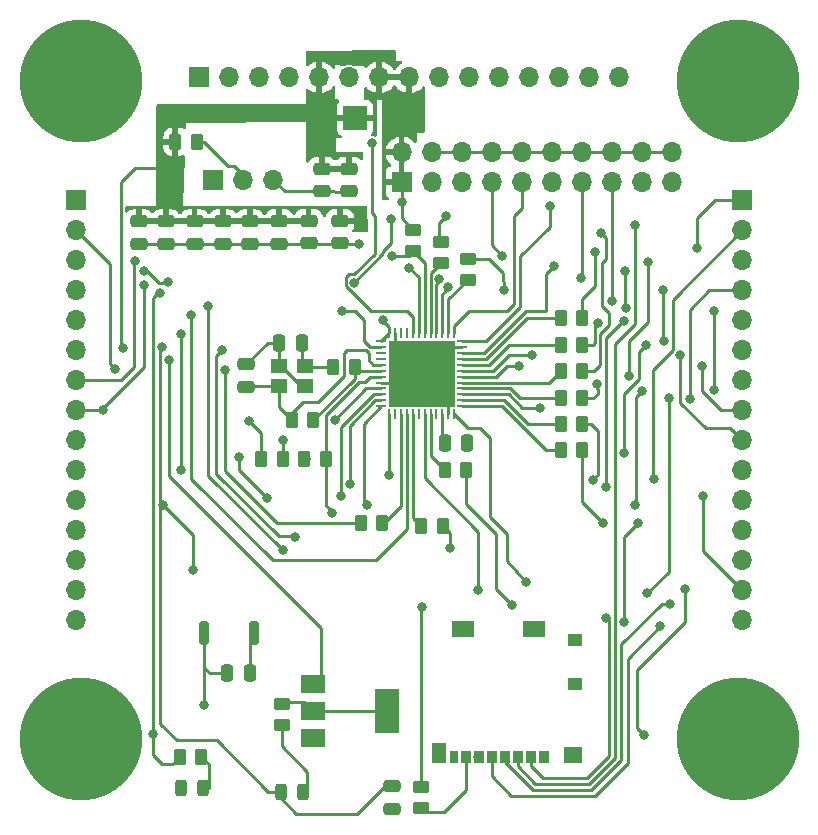
<source format=gbr>
%TF.GenerationSoftware,KiCad,Pcbnew,7.0.7*%
%TF.CreationDate,2024-02-10T00:47:22+05:30*%
%TF.ProjectId,MC_stack,4d435f73-7461-4636-9b2e-6b696361645f,rev?*%
%TF.SameCoordinates,Original*%
%TF.FileFunction,Copper,L1,Top*%
%TF.FilePolarity,Positive*%
%FSLAX46Y46*%
G04 Gerber Fmt 4.6, Leading zero omitted, Abs format (unit mm)*
G04 Created by KiCad (PCBNEW 7.0.7) date 2024-02-10 00:47:22*
%MOMM*%
%LPD*%
G01*
G04 APERTURE LIST*
G04 Aperture macros list*
%AMRoundRect*
0 Rectangle with rounded corners*
0 $1 Rounding radius*
0 $2 $3 $4 $5 $6 $7 $8 $9 X,Y pos of 4 corners*
0 Add a 4 corners polygon primitive as box body*
4,1,4,$2,$3,$4,$5,$6,$7,$8,$9,$2,$3,0*
0 Add four circle primitives for the rounded corners*
1,1,$1+$1,$2,$3*
1,1,$1+$1,$4,$5*
1,1,$1+$1,$6,$7*
1,1,$1+$1,$8,$9*
0 Add four rect primitives between the rounded corners*
20,1,$1+$1,$2,$3,$4,$5,0*
20,1,$1+$1,$4,$5,$6,$7,0*
20,1,$1+$1,$6,$7,$8,$9,0*
20,1,$1+$1,$8,$9,$2,$3,0*%
G04 Aperture macros list end*
%TA.AperFunction,SMDPad,CuDef*%
%ADD10RoundRect,0.250000X-0.262500X-0.450000X0.262500X-0.450000X0.262500X0.450000X-0.262500X0.450000X0*%
%TD*%
%TA.AperFunction,SMDPad,CuDef*%
%ADD11RoundRect,0.250000X-0.475000X0.250000X-0.475000X-0.250000X0.475000X-0.250000X0.475000X0.250000X0*%
%TD*%
%TA.AperFunction,SMDPad,CuDef*%
%ADD12R,1.400000X1.200000*%
%TD*%
%TA.AperFunction,SMDPad,CuDef*%
%ADD13RoundRect,0.250000X0.262500X0.450000X-0.262500X0.450000X-0.262500X-0.450000X0.262500X-0.450000X0*%
%TD*%
%TA.AperFunction,ComponentPad*%
%ADD14R,1.700000X1.700000*%
%TD*%
%TA.AperFunction,ComponentPad*%
%ADD15O,1.700000X1.700000*%
%TD*%
%TA.AperFunction,SMDPad,CuDef*%
%ADD16R,2.000000X1.500000*%
%TD*%
%TA.AperFunction,SMDPad,CuDef*%
%ADD17R,2.000000X3.800000*%
%TD*%
%TA.AperFunction,SMDPad,CuDef*%
%ADD18RoundRect,0.250000X-0.250000X-0.475000X0.250000X-0.475000X0.250000X0.475000X-0.250000X0.475000X0*%
%TD*%
%TA.AperFunction,SMDPad,CuDef*%
%ADD19RoundRect,0.250000X0.450000X-0.262500X0.450000X0.262500X-0.450000X0.262500X-0.450000X-0.262500X0*%
%TD*%
%TA.AperFunction,SMDPad,CuDef*%
%ADD20R,2.000000X2.000000*%
%TD*%
%TA.AperFunction,SMDPad,CuDef*%
%ADD21RoundRect,0.243750X0.243750X0.456250X-0.243750X0.456250X-0.243750X-0.456250X0.243750X-0.456250X0*%
%TD*%
%TA.AperFunction,SMDPad,CuDef*%
%ADD22RoundRect,0.250000X0.475000X-0.250000X0.475000X0.250000X-0.475000X0.250000X-0.475000X-0.250000X0*%
%TD*%
%TA.AperFunction,SMDPad,CuDef*%
%ADD23RoundRect,0.250000X0.250000X0.475000X-0.250000X0.475000X-0.250000X-0.475000X0.250000X-0.475000X0*%
%TD*%
%TA.AperFunction,SMDPad,CuDef*%
%ADD24R,0.850000X1.100000*%
%TD*%
%TA.AperFunction,SMDPad,CuDef*%
%ADD25R,0.750000X1.100000*%
%TD*%
%TA.AperFunction,SMDPad,CuDef*%
%ADD26R,1.200000X1.000000*%
%TD*%
%TA.AperFunction,SMDPad,CuDef*%
%ADD27R,1.550000X1.350000*%
%TD*%
%TA.AperFunction,SMDPad,CuDef*%
%ADD28R,1.900000X1.350000*%
%TD*%
%TA.AperFunction,SMDPad,CuDef*%
%ADD29R,1.170000X1.800000*%
%TD*%
%TA.AperFunction,SMDPad,CuDef*%
%ADD30RoundRect,0.062500X-0.375000X-0.062500X0.375000X-0.062500X0.375000X0.062500X-0.375000X0.062500X0*%
%TD*%
%TA.AperFunction,SMDPad,CuDef*%
%ADD31RoundRect,0.062500X-0.062500X-0.375000X0.062500X-0.375000X0.062500X0.375000X-0.062500X0.375000X0*%
%TD*%
%TA.AperFunction,SMDPad,CuDef*%
%ADD32R,5.600000X5.600000*%
%TD*%
%TA.AperFunction,SMDPad,CuDef*%
%ADD33RoundRect,0.243750X-0.243750X-0.456250X0.243750X-0.456250X0.243750X0.456250X-0.243750X0.456250X0*%
%TD*%
%TA.AperFunction,SMDPad,CuDef*%
%ADD34RoundRect,0.200000X-0.200000X-0.800000X0.200000X-0.800000X0.200000X0.800000X-0.200000X0.800000X0*%
%TD*%
%TA.AperFunction,ComponentPad*%
%ADD35C,10.400000*%
%TD*%
%TA.AperFunction,ViaPad*%
%ADD36C,0.800000*%
%TD*%
%TA.AperFunction,Conductor*%
%ADD37C,0.250000*%
%TD*%
G04 APERTURE END LIST*
D10*
%TO.P,R16,1*%
%TO.N,Net-(U2-PB12)*%
X156719900Y-87122000D03*
%TO.P,R16,2*%
%TO.N,SCLK_SPI3*%
X158544900Y-87122000D03*
%TD*%
D11*
%TO.P,C8,1*%
%TO.N,3.3V*%
X135382000Y-67731600D03*
%TO.P,C8,2*%
%TO.N,GND*%
X135382000Y-69631600D03*
%TD*%
%TO.P,C3,1*%
%TO.N,3.3V*%
X123291600Y-67757000D03*
%TO.P,C3,2*%
%TO.N,GND*%
X123291600Y-69657000D03*
%TD*%
D10*
%TO.P,R10,1*%
%TO.N,Net-(U2-PB15)*%
X156719900Y-82753200D03*
%TO.P,R10,2*%
%TO.N,MOSI_SPI2*%
X158544900Y-82753200D03*
%TD*%
D12*
%TO.P,X1,1,1*%
%TO.N,HSE_IN*%
X132842000Y-81738800D03*
%TO.P,X1,2,2*%
%TO.N,GND*%
X135042000Y-81738800D03*
%TO.P,X1,3,3*%
%TO.N,Net-(C11-Pad1)*%
X135042000Y-80038800D03*
%TO.P,X1,4,4*%
%TO.N,GND*%
X132842000Y-80038800D03*
%TD*%
D11*
%TO.P,C7,1*%
%TO.N,3.3V*%
X132892800Y-67741800D03*
%TO.P,C7,2*%
%TO.N,GND*%
X132892800Y-69641800D03*
%TD*%
D13*
%TO.P,R8,1*%
%TO.N,MOSI_SPI1*%
X146759300Y-93573600D03*
%TO.P,R8,2*%
%TO.N,Net-(U2-PA7)*%
X144934300Y-93573600D03*
%TD*%
D14*
%TO.P,J1,1,Pin_1*%
%TO.N,3.3V*%
X143256000Y-64465200D03*
D15*
%TO.P,J1,2,Pin_2*%
X143256000Y-61925200D03*
%TO.P,J1,3,Pin_3*%
%TO.N,unconnected-(J1-Pin_3-Pad3)*%
X145796000Y-64465200D03*
%TO.P,J1,4,Pin_4*%
%TO.N,GND*%
X145796000Y-61925200D03*
%TO.P,J1,5,Pin_5*%
X148336000Y-64465200D03*
%TO.P,J1,6,Pin_6*%
X148336000Y-61925200D03*
%TO.P,J1,7,Pin_7*%
%TO.N,SWDIO*%
X150876000Y-64465200D03*
%TO.P,J1,8,Pin_8*%
%TO.N,GND*%
X150876000Y-61925200D03*
%TO.P,J1,9,Pin_9*%
%TO.N,SWCLK*%
X153416000Y-64465200D03*
%TO.P,J1,10,Pin_10*%
%TO.N,GND*%
X153416000Y-61925200D03*
%TO.P,J1,11,Pin_11*%
%TO.N,unconnected-(J1-Pin_11-Pad11)*%
X155956000Y-64465200D03*
%TO.P,J1,12,Pin_12*%
%TO.N,GND*%
X155956000Y-61925200D03*
%TO.P,J1,13,Pin_13*%
%TO.N,SWO*%
X158496000Y-64465200D03*
%TO.P,J1,14,Pin_14*%
%TO.N,GND*%
X158496000Y-61925200D03*
%TO.P,J1,15,Pin_15*%
%TO.N,NRST*%
X161036000Y-64465200D03*
%TO.P,J1,16,Pin_16*%
%TO.N,GND*%
X161036000Y-61925200D03*
%TO.P,J1,17,Pin_17*%
%TO.N,unconnected-(J1-Pin_17-Pad17)*%
X163576000Y-64465200D03*
%TO.P,J1,18,Pin_18*%
%TO.N,GND*%
X163576000Y-61925200D03*
%TO.P,J1,19,Pin_19*%
%TO.N,unconnected-(J1-Pin_19-Pad19)*%
X166116000Y-64465200D03*
%TO.P,J1,20,Pin_20*%
%TO.N,GND*%
X166116000Y-61925200D03*
%TD*%
D16*
%TO.P,Q1,1,B*%
%TO.N,LED_STM*%
X135737200Y-106920000D03*
%TO.P,Q1,2,C*%
%TO.N,Net-(Q1-C)*%
X135737200Y-109220000D03*
D17*
X142037200Y-109220000D03*
D16*
%TO.P,Q1,3,E*%
%TO.N,GND*%
X135737200Y-111520000D03*
%TD*%
D11*
%TO.P,C9,1*%
%TO.N,3.3V*%
X138049000Y-67731600D03*
%TO.P,C9,2*%
%TO.N,GND*%
X138049000Y-69631600D03*
%TD*%
D10*
%TO.P,R1,1*%
%TO.N,NRST*%
X124463800Y-113080800D03*
%TO.P,R1,2*%
%TO.N,Net-(DS1-A)*%
X126288800Y-113080800D03*
%TD*%
D18*
%TO.P,C16,1*%
%TO.N,NRST*%
X128513800Y-105994200D03*
%TO.P,C16,2*%
%TO.N,GND*%
X130413800Y-105994200D03*
%TD*%
D11*
%TO.P,C2,1*%
%TO.N,3.3V*%
X121056400Y-67757000D03*
%TO.P,C2,2*%
%TO.N,GND*%
X121056400Y-69657000D03*
%TD*%
D13*
%TO.P,R20,1*%
%TO.N,Net-(J2-Pin_2)*%
X125931300Y-61010800D03*
%TO.P,R20,2*%
%TO.N,3.3V*%
X124106300Y-61010800D03*
%TD*%
D19*
%TO.P,R14,1*%
%TO.N,Net-(U2-PA15)*%
X148844000Y-72743700D03*
%TO.P,R14,2*%
%TO.N,CS_LSM*%
X148844000Y-70918700D03*
%TD*%
D20*
%TO.P,TP1,1,1*%
%TO.N,3.3V*%
X139319000Y-59004200D03*
%TD*%
D19*
%TO.P,R5,1*%
%TO.N,I2C1_SCL*%
X144221200Y-70305300D03*
%TO.P,R5,2*%
%TO.N,3.3V*%
X144221200Y-68480300D03*
%TD*%
%TO.P,R4,1*%
%TO.N,Net-(U1-DAT0)*%
X144932400Y-117447700D03*
%TO.P,R4,2*%
%TO.N,MISO_SPI3*%
X144932400Y-115622700D03*
%TD*%
D10*
%TO.P,R17,1*%
%TO.N,GND*%
X135028300Y-87884000D03*
%TO.P,R17,2*%
%TO.N,NRST*%
X136853300Y-87884000D03*
%TD*%
D21*
%TO.P,DS2,1,K*%
%TO.N,Net-(DS2-K)*%
X134897100Y-116078000D03*
%TO.P,DS2,2,A*%
%TO.N,3.3V*%
X133022100Y-116078000D03*
%TD*%
D11*
%TO.P,C6,1*%
%TO.N,3.3V*%
X130403600Y-67757000D03*
%TO.P,C6,2*%
%TO.N,GND*%
X130403600Y-69657000D03*
%TD*%
%TO.P,C4,1*%
%TO.N,3.3V*%
X125730000Y-67757000D03*
%TO.P,C4,2*%
%TO.N,GND*%
X125730000Y-69657000D03*
%TD*%
D18*
%TO.P,C15,1*%
%TO.N,Net-(U2-VCAP1)*%
X146928800Y-86563200D03*
%TO.P,C15,2*%
%TO.N,GND*%
X148828800Y-86563200D03*
%TD*%
D10*
%TO.P,R7,1*%
%TO.N,I2C1_SDA*%
X131370700Y-87884000D03*
%TO.P,R7,2*%
%TO.N,3.3V*%
X133195700Y-87884000D03*
%TD*%
D22*
%TO.P,C13,1*%
%TO.N,GND*%
X138785600Y-65212000D03*
%TO.P,C13,2*%
%TO.N,3.3V*%
X138785600Y-63312000D03*
%TD*%
D23*
%TO.P,C11,1*%
%TO.N,Net-(C11-Pad1)*%
X134808000Y-78028800D03*
%TO.P,C11,2*%
%TO.N,GND*%
X132908000Y-78028800D03*
%TD*%
D10*
%TO.P,R12,1*%
%TO.N,Net-(U2-PA11)*%
X156718000Y-78232000D03*
%TO.P,R12,2*%
%TO.N,CS_LPS*%
X158543000Y-78232000D03*
%TD*%
%TO.P,R6,1*%
%TO.N,SCLK_SPI1*%
X139803500Y-93268800D03*
%TO.P,R6,2*%
%TO.N,Net-(U2-PA5)*%
X141628500Y-93268800D03*
%TD*%
D19*
%TO.P,R15,1*%
%TO.N,Net-(U2-PB5)*%
X146558000Y-71321300D03*
%TO.P,R15,2*%
%TO.N,MOSI_SPI3*%
X146558000Y-69496300D03*
%TD*%
D24*
%TO.P,U1,1,DAT2*%
%TO.N,unconnected-(U1-DAT2-Pad1)*%
X155323400Y-113085400D03*
%TO.P,U1,2,DAT3/CD*%
%TO.N,CS_SDCARD*%
X154223400Y-113085400D03*
%TO.P,U1,3,CMD*%
%TO.N,MOSI_SPI3*%
X153123400Y-113085400D03*
%TO.P,U1,4,VDD*%
%TO.N,3.3V*%
X152023400Y-113085400D03*
%TO.P,U1,5,CLK*%
%TO.N,SCLK_SPI3*%
X150923400Y-113085400D03*
%TO.P,U1,6,VSS*%
%TO.N,GND*%
X149823400Y-113085400D03*
%TO.P,U1,7,DAT0*%
%TO.N,Net-(U1-DAT0)*%
X148723400Y-113085400D03*
D25*
%TO.P,U1,8,DAT1*%
%TO.N,unconnected-(U1-DAT1-Pad8)*%
X147673400Y-113085400D03*
D26*
%TO.P,U1,9,SHIELD*%
%TO.N,unconnected-(U1-SHIELD-Pad9)*%
X157958400Y-106935400D03*
%TO.P,U1,10*%
%TO.N,N/C*%
X157958400Y-103235400D03*
D27*
%TO.P,U1,11*%
X157783400Y-112960400D03*
D28*
X154458400Y-102260400D03*
X148488400Y-102260400D03*
D29*
X146463400Y-112735400D03*
%TD*%
D22*
%TO.P,C1,1*%
%TO.N,HSE_IN*%
X130081200Y-81772800D03*
%TO.P,C1,2*%
%TO.N,GND*%
X130081200Y-79872800D03*
%TD*%
D11*
%TO.P,C5,1*%
%TO.N,3.3V*%
X128117600Y-67757000D03*
%TO.P,C5,2*%
%TO.N,GND*%
X128117600Y-69657000D03*
%TD*%
D30*
%TO.P,U2,1,VBAT*%
%TO.N,3.3V*%
X141528500Y-77909200D03*
%TO.P,U2,2,PC13*%
%TO.N,LED_STM*%
X141528500Y-78409200D03*
%TO.P,U2,3,PC14*%
%TO.N,unconnected-(U2-PC14-Pad3)*%
X141528500Y-78909200D03*
%TO.P,U2,4,PC15*%
%TO.N,unconnected-(U2-PC15-Pad4)*%
X141528500Y-79409200D03*
%TO.P,U2,5,PH0*%
%TO.N,HSE_IN*%
X141528500Y-79909200D03*
%TO.P,U2,6,PH1*%
%TO.N,HSE_OUT*%
X141528500Y-80409200D03*
%TO.P,U2,7,NRST*%
%TO.N,NRST*%
X141528500Y-80909200D03*
%TO.P,U2,8,VSSA*%
%TO.N,GND*%
X141528500Y-81409200D03*
%TO.P,U2,9,VDDA*%
%TO.N,3.3V*%
X141528500Y-81909200D03*
%TO.P,U2,10,PA0*%
%TO.N,PWM_SIGNAL2*%
X141528500Y-82409200D03*
%TO.P,U2,11,PA1*%
%TO.N,INT_ADXL*%
X141528500Y-82909200D03*
%TO.P,U2,12,PA2*%
%TO.N,INT_LSM*%
X141528500Y-83409200D03*
D31*
%TO.P,U2,13,PA3*%
%TO.N,INT_LPS*%
X142216000Y-84096700D03*
%TO.P,U2,14,PA4*%
%TO.N,unconnected-(U2-PA4-Pad14)*%
X142716000Y-84096700D03*
%TO.P,U2,15,PA5*%
%TO.N,Net-(U2-PA5)*%
X143216000Y-84096700D03*
%TO.P,U2,16,PA6*%
%TO.N,MISO_SPI1*%
X143716000Y-84096700D03*
%TO.P,U2,17,PA7*%
%TO.N,Net-(U2-PA7)*%
X144216000Y-84096700D03*
%TO.P,U2,18,PB0*%
%TO.N,unconnected-(U2-PB0-Pad18)*%
X144716000Y-84096700D03*
%TO.P,U2,19,PB1*%
%TO.N,PWM_SIGNAL1*%
X145216000Y-84096700D03*
%TO.P,U2,20,PB2*%
%TO.N,Net-(U2-PB2)*%
X145716000Y-84096700D03*
%TO.P,U2,21,PB10*%
%TO.N,unconnected-(U2-PB10-Pad21)*%
X146216000Y-84096700D03*
%TO.P,U2,22,VCAP1*%
%TO.N,Net-(U2-VCAP1)*%
X146716000Y-84096700D03*
%TO.P,U2,23,VSS*%
%TO.N,GND*%
X147216000Y-84096700D03*
%TO.P,U2,24,VDD*%
%TO.N,3.3V*%
X147716000Y-84096700D03*
D30*
%TO.P,U2,25,PB12*%
%TO.N,Net-(U2-PB12)*%
X148403500Y-83409200D03*
%TO.P,U2,26,PB13*%
%TO.N,Net-(U2-PB13)*%
X148403500Y-82909200D03*
%TO.P,U2,27,PB14*%
%TO.N,MISO_SPI2*%
X148403500Y-82409200D03*
%TO.P,U2,28,PB15*%
%TO.N,Net-(U2-PB15)*%
X148403500Y-81909200D03*
%TO.P,U2,29,PA8*%
%TO.N,Net-(U2-PA8)*%
X148403500Y-81409200D03*
%TO.P,U2,30,PA9*%
%TO.N,TX_UART1*%
X148403500Y-80909200D03*
%TO.P,U2,31,PA10*%
%TO.N,RX_UART1*%
X148403500Y-80409200D03*
%TO.P,U2,32,PA11*%
%TO.N,Net-(U2-PA11)*%
X148403500Y-79909200D03*
%TO.P,U2,33,PA12*%
%TO.N,Net-(U2-PA12)*%
X148403500Y-79409200D03*
%TO.P,U2,34,PA13*%
%TO.N,SWDIO*%
X148403500Y-78909200D03*
%TO.P,U2,35,VSS*%
%TO.N,GND*%
X148403500Y-78409200D03*
%TO.P,U2,36,VDD*%
%TO.N,3.3V*%
X148403500Y-77909200D03*
D31*
%TO.P,U2,37,PA14*%
%TO.N,SWCLK*%
X147716000Y-77221700D03*
%TO.P,U2,38,PA15*%
%TO.N,Net-(U2-PA15)*%
X147216000Y-77221700D03*
%TO.P,U2,39,PB3*%
%TO.N,SWO*%
X146716000Y-77221700D03*
%TO.P,U2,40,PB4*%
%TO.N,MISO_SPI3*%
X146216000Y-77221700D03*
%TO.P,U2,41,PB5*%
%TO.N,Net-(U2-PB5)*%
X145716000Y-77221700D03*
%TO.P,U2,42,PB6*%
%TO.N,I2C1_SCL*%
X145216000Y-77221700D03*
%TO.P,U2,43,PB7*%
%TO.N,I2C1_SDA*%
X144716000Y-77221700D03*
%TO.P,U2,44,BOOT0*%
%TO.N,BOOT0*%
X144216000Y-77221700D03*
%TO.P,U2,45,PB8*%
%TO.N,unconnected-(U2-PB8-Pad45)*%
X143716000Y-77221700D03*
%TO.P,U2,46,PB9*%
%TO.N,unconnected-(U2-PB9-Pad46)*%
X143216000Y-77221700D03*
%TO.P,U2,47,VSS*%
%TO.N,GND*%
X142716000Y-77221700D03*
%TO.P,U2,48,VDD*%
%TO.N,3.3V*%
X142216000Y-77221700D03*
D32*
%TO.P,U2,49,VSS*%
%TO.N,GND*%
X144966000Y-80659200D03*
%TD*%
D10*
%TO.P,R19,1*%
%TO.N,Net-(U2-PB2)*%
X146915500Y-88849200D03*
%TO.P,R19,2*%
%TO.N,CS_SDCARD*%
X148740500Y-88849200D03*
%TD*%
%TO.P,R13,1*%
%TO.N,Net-(U2-PA12)*%
X156719900Y-75946000D03*
%TO.P,R13,2*%
%TO.N,CS_ADXL*%
X158544900Y-75946000D03*
%TD*%
D14*
%TO.P,J2,1,Pin_1*%
%TO.N,BOOT0*%
X127330200Y-64262000D03*
D15*
%TO.P,J2,2,Pin_2*%
%TO.N,Net-(J2-Pin_2)*%
X129870200Y-64262000D03*
%TO.P,J2,3,Pin_3*%
%TO.N,GND*%
X132410200Y-64262000D03*
%TD*%
D13*
%TO.P,R9,1*%
%TO.N,CS_MS5607*%
X158544900Y-80467200D03*
%TO.P,R9,2*%
%TO.N,Net-(U2-PA8)*%
X156719900Y-80467200D03*
%TD*%
D10*
%TO.P,R3,1*%
%TO.N,HSE_IN*%
X133961500Y-84582000D03*
%TO.P,R3,2*%
%TO.N,HSE_OUT*%
X135786500Y-84582000D03*
%TD*%
D19*
%TO.P,R18,1*%
%TO.N,Net-(DS2-K)*%
X133146800Y-110437300D03*
%TO.P,R18,2*%
%TO.N,Net-(Q1-C)*%
X133146800Y-108612300D03*
%TD*%
D10*
%TO.P,R2,1*%
%TO.N,Net-(C11-Pad1)*%
X137464800Y-80060800D03*
%TO.P,R2,2*%
%TO.N,HSE_OUT*%
X139289800Y-80060800D03*
%TD*%
D33*
%TO.P,DS1,1,K*%
%TO.N,GND*%
X124589300Y-115773200D03*
%TO.P,DS1,2,A*%
%TO.N,Net-(DS1-A)*%
X126464300Y-115773200D03*
%TD*%
D10*
%TO.P,R11,1*%
%TO.N,Net-(U2-PB13)*%
X156719900Y-84937600D03*
%TO.P,R11,2*%
%TO.N,SCLK_SPI2*%
X158544900Y-84937600D03*
%TD*%
D11*
%TO.P,C12,1*%
%TO.N,3.3V*%
X136550400Y-63312000D03*
%TO.P,C12,2*%
%TO.N,GND*%
X136550400Y-65212000D03*
%TD*%
%TO.P,C14,1*%
%TO.N,3.3V*%
X142417800Y-115585200D03*
%TO.P,C14,2*%
%TO.N,GND*%
X142417800Y-117485200D03*
%TD*%
D34*
%TO.P,SW1,1,1*%
%TO.N,NRST*%
X126551000Y-102616000D03*
%TO.P,SW1,2,2*%
%TO.N,GND*%
X130751000Y-102616000D03*
%TD*%
D14*
%TO.P,U3,1*%
%TO.N,CS_ADXL*%
X172111400Y-65990200D03*
D15*
%TO.P,U3,2*%
%TO.N,SCLK_SPI2*%
X172111400Y-68530200D03*
%TO.P,U3,3*%
%TO.N,MOSI_SPI2*%
X172111400Y-71070200D03*
%TO.P,U3,4*%
%TO.N,MISO_SPI2*%
X172111400Y-73610200D03*
%TO.P,U3,5*%
%TO.N,INT_ADXL*%
X172111400Y-76150200D03*
%TO.P,U3,6*%
%TO.N,CS_LSM*%
X172111400Y-78690200D03*
%TO.P,U3,7*%
%TO.N,INT_LSM*%
X172111400Y-81230200D03*
%TO.P,U3,8*%
%TO.N,TX_TELEM*%
X172111400Y-83770200D03*
%TO.P,U3,9*%
%TO.N,RX_TELEM*%
X172111400Y-86310200D03*
%TO.P,U3,10*%
%TO.N,INT_LPS*%
X172111400Y-88850200D03*
%TO.P,U3,11*%
%TO.N,unconnected-(U3-Pad11)*%
X172111400Y-91390200D03*
%TO.P,U3,12*%
%TO.N,unconnected-(U3-Pad12)*%
X172111400Y-93930200D03*
%TO.P,U3,13*%
%TO.N,unconnected-(U3-Pad13)*%
X172111400Y-96470200D03*
%TO.P,U3,14*%
%TO.N,PYRO2*%
X172111400Y-99010200D03*
%TO.P,U3,15*%
%TO.N,unconnected-(U3-Pad15)*%
X172111400Y-101550200D03*
%TO.P,U3,16*%
%TO.N,unconnected-(U3-Pad16)*%
X115711400Y-101520200D03*
%TO.P,U3,17*%
%TO.N,PYRO1*%
X115711400Y-98980200D03*
%TO.P,U3,18*%
%TO.N,unconnected-(U3-Pad18)*%
X115711400Y-96440200D03*
%TO.P,U3,19*%
%TO.N,unconnected-(U3-Pad19)*%
X115711400Y-93900200D03*
%TO.P,U3,20*%
%TO.N,unconnected-(U3-Pad20)*%
X115711400Y-91360200D03*
%TO.P,U3,21*%
%TO.N,unconnected-(U3-Pad21)*%
X115711400Y-88820200D03*
%TO.P,U3,22*%
%TO.N,unconnected-(U3-Pad22)*%
X115711400Y-86280200D03*
%TO.P,U3,23*%
%TO.N,I2C1_SDA*%
X115711400Y-83740200D03*
%TO.P,U3,24*%
%TO.N,I2C1_SCL*%
X115711400Y-81200200D03*
%TO.P,U3,25*%
%TO.N,unconnected-(U3-Pad25)*%
X115711400Y-78660200D03*
%TO.P,U3,26*%
%TO.N,CS_LPS*%
X115711400Y-76120200D03*
%TO.P,U3,27*%
%TO.N,MISO_SPI1*%
X115711400Y-73580200D03*
%TO.P,U3,28*%
%TO.N,MOSI_SPI1*%
X115711400Y-71040200D03*
%TO.P,U3,29*%
%TO.N,SCLK_SPI1*%
X115711400Y-68500200D03*
D14*
%TO.P,U3,30*%
%TO.N,CS_MS5607*%
X115711400Y-65960200D03*
%TO.P,U3,31*%
%TO.N,unconnected-(U3-Pad31)*%
X126136400Y-55575200D03*
D15*
%TO.P,U3,32*%
%TO.N,unconnected-(U3-Pad32)*%
X128676400Y-55575200D03*
%TO.P,U3,33*%
%TO.N,unconnected-(U3-Pad33)*%
X131216400Y-55575200D03*
%TO.P,U3,34*%
%TO.N,unconnected-(U3-Pad34)*%
X133756400Y-55575200D03*
%TO.P,U3,35*%
%TO.N,3.3V*%
X136296400Y-55575200D03*
%TO.P,U3,36*%
%TO.N,unconnected-(U3-Pad36)*%
X138836400Y-55575200D03*
%TO.P,U3,37*%
%TO.N,3.3V*%
X141376400Y-55575200D03*
%TO.P,U3,38*%
X143916400Y-55575200D03*
%TO.P,U3,39*%
%TO.N,unconnected-(U3-Pad39)*%
X146456400Y-55575200D03*
%TO.P,U3,40*%
%TO.N,unconnected-(U3-Pad40)*%
X148996400Y-55575200D03*
%TO.P,U3,41*%
%TO.N,unconnected-(U3-Pad41)*%
X151536400Y-55575200D03*
%TO.P,U3,42*%
%TO.N,unconnected-(U3-Pad42)*%
X154076400Y-55575200D03*
%TO.P,U3,43*%
%TO.N,unconnected-(U3-Pad43)*%
X156616400Y-55575200D03*
%TO.P,U3,44*%
%TO.N,unconnected-(U3-Pad44)*%
X159156400Y-55575200D03*
%TO.P,U3,45*%
%TO.N,unconnected-(U3-Pad45)*%
X161696400Y-55575200D03*
D35*
%TO.P,U3,49,1*%
%TO.N,GND*%
X171711400Y-111575200D03*
%TO.P,U3,50,1*%
X116111400Y-111575200D03*
%TO.P,U3,51,1*%
X116111400Y-55875200D03*
%TO.P,U3,52,1*%
X171711400Y-55890200D03*
%TD*%
D36*
%TO.N,GND*%
X139649200Y-69697600D03*
X135128000Y-87858600D03*
X124637800Y-115798600D03*
X142748000Y-82702400D03*
X142468600Y-117551200D03*
X138709400Y-65278000D03*
X142849600Y-78638400D03*
X149758400Y-113080800D03*
X148818600Y-86537800D03*
X135051800Y-81813400D03*
X130454400Y-105994200D03*
X147167600Y-82677000D03*
X135763000Y-111556800D03*
X147015200Y-78613000D03*
%TO.N,3.3V*%
X119684800Y-78486000D03*
X143306800Y-66090800D03*
X137617200Y-84582000D03*
X133197600Y-86309200D03*
X122986800Y-78435200D03*
X141681200Y-76098400D03*
X125628400Y-97282000D03*
X153822400Y-98298000D03*
X128016000Y-78689200D03*
X134213600Y-94488000D03*
X131876800Y-91186000D03*
X165963600Y-100126800D03*
X129489200Y-87680800D03*
X123037600Y-91744800D03*
X155803600Y-66497200D03*
%TO.N,NRST*%
X161086800Y-74472800D03*
X163804600Y-111277400D03*
X122834400Y-73863200D03*
X167284400Y-98856800D03*
X137337800Y-92430600D03*
X122250200Y-111125000D03*
X126517400Y-108686600D03*
%TO.N,SWDIO*%
X156159200Y-71526400D03*
X151790400Y-70713600D03*
%TO.N,SWO*%
X147167600Y-73355200D03*
X158445200Y-72542400D03*
%TO.N,LED_STM*%
X138226800Y-75329774D03*
X123545600Y-79498305D03*
%TO.N,MISO_SPI3*%
X169672000Y-75387200D03*
X169672000Y-82042000D03*
X162255200Y-75082400D03*
X144983200Y-100380800D03*
X164033200Y-99263200D03*
X165862000Y-82702400D03*
X146456400Y-72644000D03*
X162153600Y-71983600D03*
%TO.N,I2C1_SCL*%
X142443200Y-70662800D03*
X120700800Y-71120000D03*
%TO.N,SCLK_SPI1*%
X119024400Y-80264000D03*
X128320800Y-80314800D03*
%TO.N,I2C1_SDA*%
X130352800Y-84632800D03*
X121412000Y-73152000D03*
X117957600Y-83718400D03*
X143916400Y-71678800D03*
%TO.N,MOSI_SPI1*%
X126847600Y-74930000D03*
X133197600Y-95605600D03*
X147370800Y-95402400D03*
%TO.N,CS_MS5607*%
X123494800Y-72898000D03*
X142392400Y-67564000D03*
X121462800Y-71932800D03*
X160121600Y-68783200D03*
X139242800Y-72948800D03*
%TO.N,MOSI_SPI2*%
X164134800Y-71170800D03*
X162509200Y-80873600D03*
X159816800Y-81534000D03*
%TO.N,SCLK_SPI2*%
X164642800Y-89611200D03*
X159461200Y-89662000D03*
%TO.N,CS_LPS*%
X124612400Y-88849200D03*
X124612400Y-77317600D03*
X159918400Y-76403200D03*
X162102800Y-87376000D03*
X163982400Y-78232000D03*
%TO.N,CS_ADXL*%
X159664400Y-70358000D03*
X168300400Y-70053200D03*
%TO.N,CS_LSM*%
X165455600Y-77876400D03*
X151892000Y-73558400D03*
X165354000Y-73609200D03*
%TO.N,MOSI_SPI3*%
X163017200Y-68072000D03*
X147015200Y-67310000D03*
%TO.N,SCLK_SPI3*%
X160324800Y-93268800D03*
X165150800Y-102006400D03*
X162052000Y-101701600D03*
X163271200Y-93319600D03*
%TO.N,CS_SDCARD*%
X160578800Y-101346000D03*
X152603200Y-100228400D03*
%TO.N,PWM_SIGNAL2*%
X168808400Y-90982800D03*
X138125200Y-90982800D03*
%TO.N,INT_ADXL*%
X138887200Y-90017600D03*
X160578800Y-90220800D03*
X162052000Y-76200000D03*
%TO.N,INT_LSM*%
X163626800Y-82092800D03*
X140309600Y-91744800D03*
X163017200Y-91795600D03*
%TO.N,INT_LPS*%
X142189200Y-89255600D03*
%TO.N,MISO_SPI1*%
X125425200Y-75692000D03*
%TO.N,MISO_SPI2*%
X167640000Y-82804000D03*
X154940000Y-83566000D03*
%TO.N,TX_UART1*%
X153162000Y-80010000D03*
X168656000Y-80010000D03*
%TO.N,RX_UART1*%
X154330400Y-79044800D03*
X166827200Y-79044800D03*
%TO.N,PWM_SIGNAL1*%
X149758400Y-99009200D03*
%TO.N,BOOT0*%
X140716000Y-61137800D03*
%TD*%
D37*
%TO.N,HSE_IN*%
X140869200Y-79909200D02*
X141528500Y-79909200D01*
X133961500Y-84582000D02*
X133961500Y-84021300D01*
X138379200Y-80873600D02*
X138379200Y-78943200D01*
X136194800Y-83058000D02*
X138379200Y-80873600D01*
X133961500Y-84021300D02*
X134924800Y-83058000D01*
X138379200Y-78943200D02*
X138633200Y-78689200D01*
X138633200Y-78689200D02*
X140258800Y-78689200D01*
X140462000Y-78892400D02*
X140462000Y-79502000D01*
X132842000Y-81738800D02*
X132842000Y-83462500D01*
X134924800Y-83058000D02*
X136194800Y-83058000D01*
X130081200Y-81772800D02*
X130115200Y-81738800D01*
X130115200Y-81738800D02*
X132842000Y-81738800D01*
X132842000Y-83462500D02*
X133961500Y-84582000D01*
X140462000Y-79502000D02*
X140869200Y-79909200D01*
X140258800Y-78689200D02*
X140462000Y-78892400D01*
%TO.N,GND*%
X136550400Y-65212000D02*
X133360200Y-65212000D01*
X134732200Y-81738800D02*
X135051800Y-81813400D01*
X132908000Y-78028800D02*
X132908000Y-79972800D01*
X130081200Y-79872800D02*
X131925200Y-78028800D01*
X145796000Y-61925200D02*
X166116000Y-61925200D01*
X125780800Y-69723000D02*
X125846800Y-69657000D01*
X130413800Y-102953200D02*
X130413800Y-105994200D01*
X139568000Y-69672200D02*
X139623800Y-69672200D01*
X141528500Y-81409200D02*
X144216000Y-81409200D01*
X142716000Y-78409200D02*
X142849600Y-78542800D01*
X139700000Y-69540200D02*
X139598400Y-69641800D01*
X144216000Y-81409200D02*
X144966000Y-80659200D01*
X147167600Y-82860800D02*
X147167600Y-82677000D01*
X135112800Y-69657000D02*
X135128000Y-69672200D01*
X138709400Y-65278000D02*
X138734800Y-65262800D01*
X133360200Y-65212000D02*
X132410200Y-64262000D01*
X135026400Y-81788000D02*
X135042000Y-81738800D01*
X146913600Y-78711600D02*
X146913600Y-78892400D01*
X147015200Y-78613000D02*
X147012200Y-78613000D01*
X146964400Y-82657600D02*
X144966000Y-80659200D01*
X146732800Y-78892400D02*
X144966000Y-80659200D01*
X146983800Y-82677000D02*
X147009200Y-82702400D01*
X130403600Y-69657000D02*
X135356600Y-69657000D01*
X147216000Y-84096700D02*
X147216000Y-82909200D01*
X139623800Y-69672200D02*
X139649200Y-69697600D01*
X135128000Y-69672200D02*
X135143200Y-69657000D01*
X139674600Y-69672200D02*
X139700000Y-69672200D01*
X146913600Y-78892400D02*
X146732800Y-78892400D01*
X130751000Y-102616000D02*
X130413800Y-102953200D01*
X139583200Y-69657000D02*
X139568000Y-69672200D01*
X139700000Y-69672200D02*
X139700000Y-69540200D01*
X131925200Y-78028800D02*
X132908000Y-78028800D01*
X147012200Y-78613000D02*
X146913600Y-78711600D01*
X130403600Y-69672200D02*
X130418800Y-69657000D01*
X147216000Y-82909200D02*
X147167600Y-82860800D01*
X139649200Y-69697600D02*
X139674600Y-69672200D01*
X142945200Y-78638400D02*
X144966000Y-80659200D01*
X135356600Y-69657000D02*
X135382000Y-69631600D01*
X146964400Y-82702400D02*
X146964400Y-82657600D01*
X142849600Y-78638400D02*
X142945200Y-78638400D01*
X147015200Y-78610000D02*
X147015200Y-78613000D01*
X135051800Y-81813400D02*
X135026400Y-81788000D01*
X133032200Y-80038800D02*
X134732200Y-81738800D01*
X147009200Y-82702400D02*
X146964400Y-82702400D01*
X121056400Y-69672200D02*
X125714800Y-69657000D01*
X147216000Y-78409200D02*
X147015200Y-78610000D01*
X136550400Y-65212000D02*
X138709400Y-65278000D01*
X148403500Y-78409200D02*
X147216000Y-78409200D01*
X142716000Y-77221700D02*
X142716000Y-78409200D01*
X125846800Y-69657000D02*
X130388400Y-69657000D01*
X121056400Y-69657000D02*
X121056400Y-69672200D01*
X132842000Y-80038800D02*
X133032200Y-80038800D01*
X142849600Y-78542800D02*
X142849600Y-78638400D01*
X130388400Y-69657000D02*
X130403600Y-69672200D01*
X135143200Y-69657000D02*
X139583200Y-69657000D01*
X147167600Y-82677000D02*
X146983800Y-82677000D01*
X125714800Y-69657000D02*
X125780800Y-69723000D01*
X132908000Y-79972800D02*
X132842000Y-80038800D01*
X138734800Y-65262800D02*
X138785600Y-65212000D01*
%TO.N,3.3V*%
X141843800Y-115585200D02*
X142417800Y-115585200D01*
X127609600Y-111709200D02*
X131978400Y-116078000D01*
X148861700Y-85242400D02*
X149860000Y-85242400D01*
X129489200Y-87680800D02*
X129489200Y-88798400D01*
X131978400Y-116078000D02*
X132559600Y-116078000D01*
X143256000Y-66141600D02*
X143306800Y-66090800D01*
X137617200Y-84582000D02*
X140290000Y-81909200D01*
X122820600Y-91527800D02*
X123037600Y-91744800D01*
X152023400Y-113567800D02*
X154381200Y-115925600D01*
X143306800Y-66090800D02*
X143256000Y-66040000D01*
X139522200Y-117906800D02*
X141843800Y-115585200D01*
X120700800Y-63246000D02*
X123215400Y-63246000D01*
X127558800Y-89154000D02*
X132842000Y-94437200D01*
X133195700Y-87884000D02*
X133195700Y-86311100D01*
X136550400Y-63312000D02*
X138785600Y-63312000D01*
X150723600Y-86106000D02*
X150723600Y-92811600D01*
X133195700Y-86311100D02*
X133197600Y-86309200D01*
X144221200Y-68480300D02*
X143256000Y-67515100D01*
X134340600Y-117906800D02*
X139522200Y-117906800D01*
X125628400Y-94335600D02*
X123037600Y-91744800D01*
X161848800Y-103581200D02*
X165303200Y-100126800D01*
X119684800Y-78486000D02*
X119532400Y-78333600D01*
X165303200Y-100126800D02*
X165963600Y-100126800D01*
X153314400Y-70713600D02*
X155803600Y-68224400D01*
X119532400Y-78333600D02*
X119532400Y-64414400D01*
X119532400Y-64414400D02*
X120700800Y-63246000D01*
X141528500Y-81909200D02*
X140290000Y-81909200D01*
X153314400Y-75031600D02*
X153314400Y-70713600D01*
X132842000Y-94437200D02*
X134061200Y-94437200D01*
X150723600Y-92811600D02*
X152146000Y-94234000D01*
X134061200Y-94437200D02*
X134213600Y-94488000D01*
X150436800Y-77909200D02*
X153314400Y-75031600D01*
X133022100Y-116588300D02*
X134340600Y-117906800D01*
X142216000Y-76734800D02*
X141681200Y-76200000D01*
X142216000Y-77221700D02*
X142216000Y-76734800D01*
X122820600Y-110323800D02*
X124206000Y-111709200D01*
X141528500Y-77909200D02*
X142216000Y-77221700D01*
X152146000Y-96520000D02*
X153822400Y-98298000D01*
X155803600Y-68224400D02*
X155803600Y-66497200D01*
X143256000Y-67515100D02*
X143256000Y-66141600D01*
X122986800Y-78435200D02*
X122820600Y-78601400D01*
X128016000Y-78689200D02*
X127558800Y-79146400D01*
X122820600Y-78601400D02*
X122820600Y-91527800D01*
X148403500Y-77909200D02*
X150436800Y-77909200D01*
X154381200Y-115925600D02*
X159258000Y-115925600D01*
X123037600Y-91744800D02*
X122820600Y-91961800D01*
X133022100Y-116078000D02*
X133022100Y-116588300D01*
X147716000Y-84096700D02*
X148861700Y-85242400D01*
X152146000Y-94234000D02*
X152146000Y-96520000D01*
X125628400Y-97282000D02*
X125628400Y-94335600D01*
X127558800Y-79146400D02*
X127558800Y-89154000D01*
X161848800Y-113334800D02*
X161848800Y-103581200D01*
X141579600Y-76098400D02*
X141630400Y-76149200D01*
X152023400Y-113085400D02*
X152023400Y-113567800D01*
X129489200Y-88798400D02*
X131876800Y-91186000D01*
X134213600Y-94488000D02*
X134162800Y-94437200D01*
X141681200Y-76098400D02*
X141579600Y-76098400D01*
X143256000Y-66040000D02*
X143256000Y-64465200D01*
X141681200Y-76200000D02*
X141681200Y-76098400D01*
X134162800Y-94437200D02*
X134112000Y-94437200D01*
X149860000Y-85242400D02*
X150723600Y-86106000D01*
X124206000Y-111709200D02*
X127609600Y-111709200D01*
X159258000Y-115925600D02*
X161848800Y-113334800D01*
X122820600Y-91961800D02*
X122820600Y-110323800D01*
%TO.N,NRST*%
X140629600Y-80909200D02*
X140157200Y-81381600D01*
X137464800Y-92430600D02*
X137464800Y-92430600D01*
X122224800Y-112979200D02*
X122961400Y-113715800D01*
X122224800Y-74218800D02*
X122224800Y-111099600D01*
X139649200Y-81381600D02*
X136855200Y-84175600D01*
X122566600Y-73877000D02*
X122224800Y-74218800D01*
X163220400Y-105740200D02*
X163220400Y-110667800D01*
X122961400Y-113715800D02*
X123828800Y-113715800D01*
X167284400Y-98856800D02*
X167284400Y-101676200D01*
X127008200Y-105994200D02*
X126551000Y-105537000D01*
X167284400Y-101676200D02*
X163220400Y-105740200D01*
X122224800Y-111150400D02*
X122224800Y-112979200D01*
X123828800Y-113715800D02*
X124463800Y-113080800D01*
X122820600Y-73877000D02*
X122566600Y-73877000D01*
X122834400Y-73863200D02*
X122820600Y-73877000D01*
X163804600Y-111277400D02*
X163830000Y-111277400D01*
X141528500Y-80909200D02*
X140629600Y-80909200D01*
X136853300Y-87884000D02*
X136853300Y-91819100D01*
X163830000Y-111277400D02*
X163753800Y-111201200D01*
X140157200Y-81381600D02*
X139649200Y-81381600D01*
X126551000Y-102616000D02*
X126551000Y-105537000D01*
X136855200Y-87882100D02*
X136853300Y-87884000D01*
X163804600Y-111252000D02*
X163804600Y-111277400D01*
X137337800Y-92430600D02*
X137464800Y-92430600D01*
X136853300Y-91819100D02*
X137337800Y-92303600D01*
X126551000Y-108653000D02*
X126517400Y-108686600D01*
X128513800Y-105994200D02*
X127008200Y-105994200D01*
X128361400Y-106146600D02*
X128513800Y-105994200D01*
X161086800Y-74472800D02*
X161036000Y-74422000D01*
X122224800Y-111099600D02*
X122250200Y-111125000D01*
X163220400Y-110667800D02*
X163804600Y-111252000D01*
X126551000Y-105537000D02*
X126551000Y-106146600D01*
X137337800Y-92303600D02*
X137337800Y-92430600D01*
X122250200Y-111125000D02*
X122224800Y-111150400D01*
X126551000Y-106146600D02*
X126551000Y-108653000D01*
X161036000Y-74422000D02*
X161036000Y-64465200D01*
X136855200Y-84175600D02*
X136855200Y-87882100D01*
%TO.N,Net-(C11-Pad1)*%
X134808000Y-78028800D02*
X134808000Y-79804800D01*
X135064000Y-80060800D02*
X135042000Y-80038800D01*
X137464800Y-80060800D02*
X135064000Y-80060800D01*
X135042000Y-80038800D02*
X134969000Y-79965800D01*
X134808000Y-79804800D02*
X135042000Y-80038800D01*
%TO.N,Net-(U2-VCAP1)*%
X146716000Y-84096700D02*
X146716000Y-86350400D01*
X146716000Y-86350400D02*
X146928800Y-86563200D01*
%TO.N,Net-(DS1-A)*%
X126926800Y-113718800D02*
X126926800Y-115773200D01*
X126288800Y-113080800D02*
X126926800Y-113718800D01*
%TO.N,Net-(DS2-K)*%
X135280400Y-114350800D02*
X135280400Y-115998800D01*
X133146800Y-110437300D02*
X133146800Y-112217200D01*
X133146800Y-112217200D02*
X135280400Y-114350800D01*
%TO.N,SWDIO*%
X151790400Y-70662800D02*
X151790400Y-70713600D01*
X155448000Y-72237600D02*
X156159200Y-71526400D01*
X148403500Y-78909200D02*
X150273604Y-78909200D01*
X153795604Y-75387200D02*
X155448000Y-75387200D01*
X155448000Y-75387200D02*
X155448000Y-72237600D01*
X150273604Y-78909200D02*
X153795604Y-75387200D01*
X150876000Y-69748400D02*
X151790400Y-70662800D01*
X150876000Y-64465200D02*
X150876000Y-69748400D01*
%TO.N,SWCLK*%
X152755600Y-74777600D02*
X152755600Y-67310000D01*
X152755600Y-67310000D02*
X153416000Y-66649600D01*
X147716000Y-76616800D02*
X148945600Y-75387200D01*
X152146000Y-75387200D02*
X152755600Y-74777600D01*
X147716000Y-77221700D02*
X147716000Y-76616800D01*
X153416000Y-66649600D02*
X153416000Y-64465200D01*
X148945600Y-75387200D02*
X152146000Y-75387200D01*
%TO.N,SWO*%
X158496000Y-64465200D02*
X158496000Y-72491600D01*
X146716000Y-77221700D02*
X146716000Y-73959200D01*
X146716000Y-73959200D02*
X147167600Y-73355200D01*
X158496000Y-72491600D02*
X158445200Y-72542400D01*
%TO.N,LED_STM*%
X123545600Y-89357200D02*
X136398000Y-102209600D01*
X140106400Y-77900404D02*
X140615196Y-78409200D01*
X139286974Y-75329774D02*
X140106400Y-76149200D01*
X140615196Y-78409200D02*
X141528500Y-78409200D01*
X138226800Y-75329774D02*
X139286974Y-75329774D01*
X140106400Y-76149200D02*
X140106400Y-77900404D01*
X136398000Y-102209600D02*
X136398000Y-106259200D01*
X136398000Y-106259200D02*
X135737200Y-106920000D01*
X123545600Y-79498305D02*
X123545600Y-89357200D01*
%TO.N,Net-(Q1-C)*%
X134975200Y-108458000D02*
X133301100Y-108458000D01*
X135737200Y-109220000D02*
X134975200Y-108458000D01*
X135737200Y-109220000D02*
X142037200Y-109220000D01*
X133301100Y-108458000D02*
X133146800Y-108612300D01*
%TO.N,HSE_OUT*%
X139289800Y-81078700D02*
X139289800Y-80060800D01*
X135786500Y-84582000D02*
X139289800Y-81078700D01*
X141528500Y-80409200D02*
X139638200Y-80409200D01*
X139638200Y-80409200D02*
X139289800Y-80060800D01*
%TO.N,Net-(U1-DAT0)*%
X148723400Y-115893800D02*
X146812000Y-117805200D01*
X146812000Y-117805200D02*
X145289900Y-117805200D01*
X145289900Y-117805200D02*
X144932400Y-117447700D01*
X148723400Y-113085400D02*
X148723400Y-115893800D01*
%TO.N,MISO_SPI3*%
X165862000Y-82702400D02*
X165862000Y-97434400D01*
X162153600Y-71983600D02*
X162153600Y-75073095D01*
X162162905Y-75082400D02*
X162255200Y-75082400D01*
X146216000Y-77221700D02*
X146216000Y-73138400D01*
X146216000Y-73138400D02*
X146456400Y-72644000D01*
X165862000Y-97434400D02*
X164033200Y-99263200D01*
X144932400Y-100431600D02*
X144983200Y-100380800D01*
X169672000Y-75387200D02*
X169672000Y-82042000D01*
X162153600Y-75073095D02*
X162162905Y-75082400D01*
X144932400Y-115622700D02*
X144932400Y-100431600D01*
%TO.N,I2C1_SCL*%
X115711400Y-81200200D02*
X119510600Y-81200200D01*
X143863700Y-70662800D02*
X144221200Y-70305300D01*
X119510600Y-81200200D02*
X120599200Y-80111600D01*
X120599200Y-71170800D02*
X120650000Y-71120000D01*
X145216000Y-77221700D02*
X145216000Y-71300100D01*
X142443200Y-70662800D02*
X143863700Y-70662800D01*
X120650000Y-71120000D02*
X120700800Y-71120000D01*
X120599200Y-80111600D02*
X120599200Y-71170800D01*
X145216000Y-71300100D02*
X144221200Y-70305300D01*
%TO.N,SCLK_SPI1*%
X118567200Y-71356000D02*
X118567200Y-79806800D01*
X115711400Y-68500200D02*
X118567200Y-71356000D01*
X128320800Y-80314800D02*
X128320800Y-88900000D01*
X118567200Y-79806800D02*
X119024400Y-80264000D01*
X128320800Y-88900000D02*
X132689600Y-93268800D01*
X132689600Y-93268800D02*
X139803500Y-93268800D01*
%TO.N,Net-(U2-PA5)*%
X141782800Y-93268800D02*
X141628500Y-93268800D01*
X143216000Y-87670000D02*
X143205200Y-87680800D01*
X143216000Y-84096700D02*
X143216000Y-87670000D01*
X143205200Y-87680800D02*
X143205200Y-91846400D01*
X143205200Y-91846400D02*
X141782800Y-93268800D01*
%TO.N,I2C1_SDA*%
X130302000Y-84632800D02*
X130403600Y-84734400D01*
X115711400Y-83740200D02*
X117783400Y-83740200D01*
X121412000Y-80111600D02*
X121412000Y-73152000D01*
X117957600Y-83718400D02*
X117957600Y-83566000D01*
X117783400Y-83740200D02*
X117805200Y-83718400D01*
X117957600Y-83566000D02*
X121412000Y-80111600D01*
X131370700Y-85701500D02*
X130352800Y-84683600D01*
X144716000Y-77221700D02*
X144716000Y-72478400D01*
X131370700Y-87884000D02*
X131370700Y-85701500D01*
X143916400Y-71678800D02*
X144716000Y-72478400D01*
X130352800Y-84632800D02*
X130302000Y-84632800D01*
X130352800Y-84683600D02*
X130352800Y-84632800D01*
X117805200Y-83718400D02*
X117957600Y-83718400D01*
%TO.N,MOSI_SPI1*%
X126847600Y-74930000D02*
X126847600Y-89306400D01*
X126847600Y-89306400D02*
X133197600Y-95605600D01*
X147370800Y-95402400D02*
X147370800Y-94185100D01*
X147370800Y-94185100D02*
X146759300Y-93573600D01*
%TO.N,Net-(U2-PA7)*%
X144216000Y-92855300D02*
X144934300Y-93573600D01*
X144216000Y-84096700D02*
X144216000Y-92855300D01*
%TO.N,CS_MS5607*%
X160063600Y-77324800D02*
X160832800Y-76555600D01*
X160223200Y-74930000D02*
X160223200Y-71272400D01*
X160578800Y-69189600D02*
X160172400Y-68783200D01*
X160121600Y-68732400D02*
X160223200Y-68834000D01*
X123494800Y-72898000D02*
X123444000Y-72948800D01*
X141718200Y-70473400D02*
X139242800Y-72948800D01*
X121462800Y-71932800D02*
X121716800Y-71932800D01*
X160578800Y-70916800D02*
X160578800Y-69189600D01*
X123342400Y-72948800D02*
X123494800Y-72898000D01*
X160832800Y-76555600D02*
X160832800Y-75539600D01*
X142392400Y-69596000D02*
X141718200Y-70270200D01*
X160172400Y-68783200D02*
X160121600Y-68783200D01*
X123444000Y-72948800D02*
X123393200Y-72948800D01*
X141718200Y-70270200D02*
X141718200Y-70473400D01*
X160063600Y-79915600D02*
X160063600Y-77324800D01*
X122732800Y-72948800D02*
X123342400Y-72948800D01*
X160223200Y-71272400D02*
X160578800Y-70916800D01*
X159512000Y-80467200D02*
X160063600Y-79915600D01*
X142392400Y-67564000D02*
X142392400Y-69596000D01*
X160832800Y-75539600D02*
X160223200Y-74930000D01*
X158544900Y-80467200D02*
X159512000Y-80467200D01*
X121716800Y-71932800D02*
X122732800Y-72948800D01*
X160121600Y-68783200D02*
X160121600Y-68732400D01*
X139242800Y-72948800D02*
X139192000Y-72948800D01*
X139192000Y-72796400D02*
X139242800Y-72948800D01*
%TO.N,Net-(U2-PA8)*%
X155777900Y-81409200D02*
X156719900Y-80467200D01*
X148403500Y-81409200D02*
X155777900Y-81409200D01*
%TO.N,Net-(U2-PB15)*%
X148403500Y-81909200D02*
X152472300Y-81909200D01*
X152472300Y-81909200D02*
X153316300Y-82753200D01*
X153316300Y-82753200D02*
X156719900Y-82753200D01*
%TO.N,MOSI_SPI2*%
X162509200Y-77927200D02*
X164134800Y-76301600D01*
X164134800Y-76301600D02*
X164134800Y-71170800D01*
X159867600Y-82346800D02*
X159816800Y-81534000D01*
X158544900Y-82753200D02*
X159461200Y-82753200D01*
X159461200Y-82753200D02*
X159867600Y-82346800D01*
X162509200Y-80873600D02*
X162509200Y-77927200D01*
%TO.N,Net-(U2-PB13)*%
X153924000Y-84937600D02*
X156719900Y-84937600D01*
X151895600Y-82909200D02*
X153924000Y-84937600D01*
X148403500Y-82909200D02*
X151895600Y-82909200D01*
%TO.N,SCLK_SPI2*%
X166217600Y-74424000D02*
X166217600Y-78629095D01*
X172111400Y-68530200D02*
X166217600Y-74424000D01*
X159867600Y-89154000D02*
X159461200Y-89662000D01*
X164541200Y-80305495D02*
X164541200Y-89509600D01*
X159258000Y-84937600D02*
X159867600Y-85547200D01*
X166217600Y-78629095D02*
X164541200Y-80305495D01*
X159867600Y-85547200D02*
X159867600Y-89154000D01*
X158544900Y-84937600D02*
X159258000Y-84937600D01*
X164541200Y-89509600D02*
X164642800Y-89611200D01*
%TO.N,Net-(U2-PA11)*%
X150672000Y-79909200D02*
X152349200Y-78232000D01*
X148403500Y-79909200D02*
X150672000Y-79909200D01*
X152349200Y-78232000D02*
X156718000Y-78232000D01*
%TO.N,CS_LPS*%
X159613600Y-76708000D02*
X159664400Y-76657200D01*
X124612400Y-77317600D02*
X124612400Y-88849200D01*
X163982400Y-78232000D02*
X163372800Y-78841600D01*
X162102800Y-82397600D02*
X162102800Y-87376000D01*
X163372800Y-81127600D02*
X162102800Y-82397600D01*
X158543000Y-78232000D02*
X159461200Y-78232000D01*
X159613600Y-78079600D02*
X159613600Y-76708000D01*
X163372800Y-78841600D02*
X163372800Y-81127600D01*
X159461200Y-78232000D02*
X159613600Y-78079600D01*
%TO.N,Net-(U2-PA12)*%
X150410000Y-79409200D02*
X153873200Y-75946000D01*
X153873200Y-75946000D02*
X156719900Y-75946000D01*
X148403500Y-79409200D02*
X150410000Y-79409200D01*
%TO.N,CS_ADXL*%
X172111400Y-65990200D02*
X169772600Y-65990200D01*
X158544900Y-74322300D02*
X158544900Y-75946000D01*
X168300400Y-67462400D02*
X168300400Y-70053200D01*
X159664400Y-73202800D02*
X158544900Y-74322300D01*
X169772600Y-65990200D02*
X168300400Y-67462400D01*
X159664400Y-70358000D02*
X159664400Y-73202800D01*
%TO.N,Net-(U2-PA15)*%
X147216000Y-77221700D02*
X147216000Y-74371700D01*
X147216000Y-74371700D02*
X148844000Y-72743700D01*
%TO.N,CS_LSM*%
X151841200Y-72136000D02*
X151892000Y-73558400D01*
X165354000Y-73609200D02*
X165354000Y-77774800D01*
X148844000Y-70918700D02*
X150623900Y-70918700D01*
X150623900Y-70918700D02*
X151841200Y-72136000D01*
X165354000Y-77774800D02*
X165455600Y-77876400D01*
%TO.N,Net-(U2-PB5)*%
X145716000Y-77221700D02*
X145716000Y-72163300D01*
X145716000Y-72163300D02*
X146558000Y-71321300D01*
%TO.N,MOSI_SPI3*%
X161303800Y-78167400D02*
X163017200Y-76454000D01*
X147015200Y-67310000D02*
X146456400Y-67868800D01*
X161303800Y-113219400D02*
X161303800Y-78167400D01*
X146456400Y-67868800D02*
X146456400Y-69394700D01*
X153123400Y-113085400D02*
X153123400Y-113885400D01*
X146456400Y-69394700D02*
X146558000Y-69496300D01*
X153123400Y-113885400D02*
X154597600Y-115359600D01*
X163017200Y-76454000D02*
X163017200Y-68072000D01*
X154597600Y-115359600D02*
X159163600Y-115359600D01*
X159163600Y-115359600D02*
X161303800Y-113219400D01*
%TO.N,Net-(U2-PB12)*%
X155472004Y-87122000D02*
X156719900Y-87122000D01*
X148403500Y-83409200D02*
X151759204Y-83409200D01*
X151759204Y-83409200D02*
X155472004Y-87122000D01*
%TO.N,SCLK_SPI3*%
X152545200Y-116375600D02*
X159671600Y-116375600D01*
X158544900Y-91539700D02*
X160274000Y-93268800D01*
X160324800Y-93268800D02*
X160324800Y-93319600D01*
X165150800Y-102057200D02*
X165150800Y-102006400D01*
X158544900Y-87122000D02*
X158544900Y-91539700D01*
X162102800Y-94488000D02*
X162052000Y-101701600D01*
X163271200Y-93319600D02*
X162102800Y-94488000D01*
X150923400Y-114753800D02*
X152545200Y-116375600D01*
X159671600Y-116375600D02*
X162407600Y-113639600D01*
X150923400Y-114753800D02*
X150923400Y-113085400D01*
X162407600Y-113639600D02*
X162407600Y-104800400D01*
X160324800Y-93319600D02*
X160223200Y-93218000D01*
X160274000Y-93268800D02*
X160324800Y-93268800D01*
X162407600Y-104800400D02*
X165150800Y-102057200D01*
%TO.N,Net-(U2-PB2)*%
X145716000Y-87649700D02*
X146915500Y-88849200D01*
X145716000Y-84096700D02*
X145716000Y-87649700D01*
%TO.N,CS_SDCARD*%
X154223400Y-113885400D02*
X155247600Y-114909600D01*
X148740500Y-88849200D02*
X148740500Y-91650300D01*
X151282400Y-98907600D02*
X152603200Y-100228400D01*
X158953200Y-114909600D02*
X160853800Y-113009000D01*
X160853800Y-101498400D02*
X160701400Y-101346000D01*
X155247600Y-114909600D02*
X158953200Y-114909600D01*
X160701400Y-101346000D02*
X160578800Y-101346000D01*
X148740500Y-91650300D02*
X151282400Y-94192200D01*
X154223400Y-113085400D02*
X154223400Y-113885400D01*
X151282400Y-94192200D02*
X151282400Y-98907600D01*
X160853800Y-113009000D02*
X160853800Y-101498400D01*
%TO.N,PWM_SIGNAL2*%
X172111400Y-99010200D02*
X168808400Y-95707200D01*
X141042992Y-82409200D02*
X141528500Y-82409200D01*
X141528500Y-82409200D02*
X140906596Y-82409200D01*
X141031392Y-82397600D02*
X141042992Y-82409200D01*
X138125200Y-85190596D02*
X138125200Y-90982800D01*
X140906596Y-82409200D02*
X138125200Y-85190596D01*
X168808400Y-95707200D02*
X168808400Y-90982800D01*
%TO.N,INT_ADXL*%
X160578800Y-77622400D02*
X162001200Y-76200000D01*
X141042992Y-82909200D02*
X138887200Y-85064992D01*
X138887200Y-90220800D02*
X138785600Y-90119200D01*
X141528500Y-82909200D02*
X141042992Y-82909200D01*
X138887200Y-90017600D02*
X138887200Y-90220800D01*
X138887200Y-85064992D02*
X138887200Y-90017600D01*
X162001200Y-76200000D02*
X162052000Y-76200000D01*
X160578800Y-90220800D02*
X160578800Y-77622400D01*
%TO.N,INT_LSM*%
X163068000Y-82651600D02*
X163068000Y-91744800D01*
X141528500Y-83409200D02*
X140055600Y-84882100D01*
X163626800Y-82092800D02*
X163068000Y-82651600D01*
X140055600Y-84882100D02*
X140055600Y-91490800D01*
X140055600Y-91490800D02*
X140309600Y-91744800D01*
X163068000Y-91744800D02*
X163017200Y-91795600D01*
%TO.N,INT_LPS*%
X142216000Y-84096700D02*
X142189200Y-84123500D01*
X142189200Y-84123500D02*
X142189200Y-89255600D01*
%TO.N,MISO_SPI1*%
X132334000Y-96469200D02*
X141071600Y-96469200D01*
X125425200Y-89560400D02*
X132334000Y-96469200D01*
X125425200Y-75692000D02*
X125425200Y-89560400D01*
X143716000Y-93824800D02*
X143716000Y-84096700D01*
X141071600Y-96469200D02*
X143716000Y-93824800D01*
%TO.N,MISO_SPI2*%
X153492704Y-83566000D02*
X154940000Y-83566000D01*
X152335904Y-82409200D02*
X153492704Y-83566000D01*
X169265600Y-73609200D02*
X170533600Y-73609200D01*
X148403500Y-82409200D02*
X152335904Y-82409200D01*
X167640000Y-82804000D02*
X167640000Y-75234800D01*
X170534600Y-73610200D02*
X172111400Y-73610200D01*
X167640000Y-75234800D02*
X169265600Y-73609200D01*
X170533600Y-73609200D02*
X170534600Y-73610200D01*
%TO.N,TX_UART1*%
X152196800Y-80010000D02*
X153162000Y-80010000D01*
X168656000Y-82092800D02*
X170333400Y-83770200D01*
X170333400Y-83770200D02*
X172111400Y-83770200D01*
X151297600Y-80909200D02*
X152196800Y-80010000D01*
X168656000Y-80010000D02*
X168656000Y-82092800D01*
X148403500Y-80909200D02*
X151297600Y-80909200D01*
%TO.N,RX_UART1*%
X150984800Y-80409200D02*
X152349200Y-79044800D01*
X171094400Y-85293200D02*
X169011600Y-85293200D01*
X152349200Y-79044800D02*
X154330400Y-79044800D01*
X172111400Y-86310200D02*
X171094400Y-85293200D01*
X166827200Y-83108800D02*
X166827200Y-79044800D01*
X169011600Y-85293200D02*
X166827200Y-83108800D01*
X148403500Y-80409200D02*
X150984800Y-80409200D01*
%TO.N,PWM_SIGNAL1*%
X149758400Y-99009200D02*
X149758400Y-94030800D01*
X145216000Y-89488400D02*
X145216000Y-84096700D01*
X149758400Y-94030800D02*
X145216000Y-89488400D01*
%TO.N,BOOT0*%
X138517800Y-72505400D02*
X138517800Y-73249105D01*
X140970000Y-67335400D02*
X140970000Y-70510400D01*
X143708000Y-75361800D02*
X144216000Y-75869800D01*
X139268200Y-72212200D02*
X138811000Y-72212200D01*
X138811000Y-72212200D02*
X138517800Y-72505400D01*
X144216000Y-75869800D02*
X144216000Y-77221700D01*
X140716000Y-67081400D02*
X140970000Y-67335400D01*
X140630495Y-75361800D02*
X143708000Y-75361800D01*
X138517800Y-73249105D02*
X140630495Y-75361800D01*
X140716000Y-61137800D02*
X140716000Y-67081400D01*
X140970000Y-70510400D02*
X139268200Y-72212200D01*
%TO.N,Net-(J2-Pin_2)*%
X128549400Y-63042800D02*
X126517400Y-61010800D01*
X129870200Y-63855600D02*
X129057400Y-63042800D01*
X129057400Y-63042800D02*
X128549400Y-63042800D01*
X129870200Y-64262000D02*
X129870200Y-63855600D01*
X126517400Y-61010800D02*
X125931300Y-61010800D01*
%TD*%
%TA.AperFunction,Conductor*%
%TO.N,3.3V*%
G36*
X136473912Y-56074707D02*
G01*
X136526715Y-56120462D01*
X136546400Y-56187501D01*
X136546400Y-56905833D01*
X136759883Y-56848633D01*
X136759892Y-56848629D01*
X136973978Y-56748800D01*
X137167482Y-56613305D01*
X137334505Y-56446282D01*
X137429632Y-56310428D01*
X137484209Y-56266804D01*
X137553708Y-56259611D01*
X137616062Y-56291133D01*
X137651476Y-56351363D01*
X137655204Y-56380694D01*
X137662463Y-57429400D01*
X137464800Y-57429400D01*
X137464800Y-60706000D01*
X137685138Y-60706000D01*
X137693400Y-61899800D01*
X139902607Y-61899800D01*
X139969646Y-61919485D01*
X140015401Y-61972289D01*
X140026556Y-62027342D01*
X140014216Y-62459186D01*
X139992625Y-62525636D01*
X139938536Y-62569864D01*
X139869121Y-62577828D01*
X139806421Y-62546999D01*
X139802586Y-62543325D01*
X139728945Y-62469684D01*
X139579724Y-62377643D01*
X139579719Y-62377641D01*
X139413297Y-62322494D01*
X139413290Y-62322493D01*
X139310586Y-62312000D01*
X139035600Y-62312000D01*
X139035600Y-63438000D01*
X139015915Y-63505039D01*
X138963111Y-63550794D01*
X138911600Y-63562000D01*
X136424400Y-63562000D01*
X136357361Y-63542315D01*
X136311606Y-63489511D01*
X136300400Y-63438000D01*
X136300400Y-62312000D01*
X136800400Y-62312000D01*
X136800400Y-63062000D01*
X138535600Y-63062000D01*
X138535600Y-62312000D01*
X138260629Y-62312000D01*
X138260612Y-62312001D01*
X138157902Y-62322494D01*
X137991480Y-62377641D01*
X137991475Y-62377643D01*
X137842257Y-62469682D01*
X137755681Y-62556258D01*
X137694357Y-62589742D01*
X137624666Y-62584758D01*
X137580319Y-62556258D01*
X137493742Y-62469682D01*
X137344524Y-62377643D01*
X137344519Y-62377641D01*
X137178097Y-62322494D01*
X137178090Y-62322493D01*
X137075386Y-62312000D01*
X136800400Y-62312000D01*
X136300400Y-62312000D01*
X136025429Y-62312000D01*
X136025412Y-62312001D01*
X135922702Y-62322494D01*
X135756280Y-62377641D01*
X135756275Y-62377643D01*
X135607054Y-62469684D01*
X135483083Y-62593655D01*
X135483080Y-62593659D01*
X135399515Y-62729139D01*
X135347567Y-62775864D01*
X135278605Y-62787085D01*
X135214523Y-62759242D01*
X135175667Y-62701173D01*
X135169978Y-62664646D01*
X135154504Y-59461400D01*
X135154121Y-59382151D01*
X137083766Y-59367063D01*
X137083766Y-57817663D01*
X135159458Y-57821015D01*
X135164479Y-56651290D01*
X135184450Y-56584341D01*
X135237450Y-56538813D01*
X135306651Y-56529166D01*
X135370081Y-56558463D01*
X135376158Y-56564146D01*
X135425317Y-56613305D01*
X135618821Y-56748800D01*
X135832907Y-56848629D01*
X135832916Y-56848633D01*
X136046400Y-56905834D01*
X136046400Y-56187501D01*
X136066085Y-56120462D01*
X136118889Y-56074707D01*
X136188047Y-56064763D01*
X136260637Y-56075200D01*
X136260638Y-56075200D01*
X136332162Y-56075200D01*
X136332163Y-56075200D01*
X136404753Y-56064763D01*
X136473912Y-56074707D01*
G37*
%TD.AperFunction*%
%TA.AperFunction,Conductor*%
G36*
X142739075Y-53309083D02*
G01*
X142785006Y-53361734D01*
X142796361Y-53416005D01*
X142782191Y-54152799D01*
X142782192Y-54152800D01*
X140106400Y-54152800D01*
X140106400Y-54584599D01*
X139175866Y-54575200D01*
X139141125Y-54569867D01*
X139042333Y-54539899D01*
X139042334Y-54539899D01*
X138836400Y-54519617D01*
X138630466Y-54539899D01*
X138630463Y-54539900D01*
X138553633Y-54563205D01*
X138516388Y-54568538D01*
X137642602Y-54559712D01*
X137643932Y-54751891D01*
X137624712Y-54819065D01*
X137572225Y-54865184D01*
X137503137Y-54875606D01*
X137439382Y-54847021D01*
X137418360Y-54823872D01*
X137334513Y-54704126D01*
X137334508Y-54704120D01*
X137167482Y-54537094D01*
X136973978Y-54401599D01*
X136759892Y-54301770D01*
X136759886Y-54301767D01*
X136546400Y-54244564D01*
X136546400Y-54962898D01*
X136526715Y-55029937D01*
X136473911Y-55075692D01*
X136404755Y-55085636D01*
X136332166Y-55075200D01*
X136332163Y-55075200D01*
X136260637Y-55075200D01*
X136260633Y-55075200D01*
X136188045Y-55085636D01*
X136118887Y-55075692D01*
X136066084Y-55029936D01*
X136046400Y-54962898D01*
X136046400Y-54244564D01*
X136046399Y-54244564D01*
X135832913Y-54301767D01*
X135832907Y-54301770D01*
X135618822Y-54401599D01*
X135618820Y-54401600D01*
X135425326Y-54537086D01*
X135425319Y-54537092D01*
X135385439Y-54576972D01*
X135324116Y-54610457D01*
X135254424Y-54605471D01*
X135198491Y-54563599D01*
X135174075Y-54498135D01*
X135173760Y-54488776D01*
X135178271Y-53437653D01*
X135198243Y-53370701D01*
X135251243Y-53325174D01*
X135301853Y-53314189D01*
X142671973Y-53289622D01*
X142739075Y-53309083D01*
G37*
%TD.AperFunction*%
%TD*%
%TA.AperFunction,Conductor*%
%TO.N,3.3V*%
G36*
X137083766Y-59367063D02*
G01*
X135154121Y-59382151D01*
X135154120Y-59382151D01*
X135154120Y-59382150D01*
X125018800Y-59461399D01*
X125018800Y-59461400D01*
X125001776Y-59853307D01*
X124979201Y-59919429D01*
X124924461Y-59962850D01*
X124854936Y-59969782D01*
X124812796Y-59953465D01*
X124687924Y-59876443D01*
X124687919Y-59876441D01*
X124521497Y-59821294D01*
X124521490Y-59821293D01*
X124418786Y-59810800D01*
X124356300Y-59810800D01*
X124356300Y-62210799D01*
X124418772Y-62210799D01*
X124418786Y-62210798D01*
X124521497Y-62200305D01*
X124687919Y-62145158D01*
X124687927Y-62145154D01*
X124708986Y-62132165D01*
X124776378Y-62113723D01*
X124843042Y-62134644D01*
X124887813Y-62188285D01*
X124897968Y-62243083D01*
X124713965Y-66479062D01*
X124713966Y-66479062D01*
X124713966Y-66479063D01*
X140217409Y-66421437D01*
X140284521Y-66440872D01*
X140330472Y-66493506D01*
X140341670Y-66538402D01*
X140454566Y-68525373D01*
X140438716Y-68593421D01*
X140388593Y-68642098D01*
X140330962Y-68656407D01*
X139207632Y-68658186D01*
X139140562Y-68638607D01*
X139094723Y-68585876D01*
X139084670Y-68516733D01*
X139112302Y-68455973D01*
X139111839Y-68455607D01*
X139113322Y-68453730D01*
X139113595Y-68453132D01*
X139114940Y-68451684D01*
X139116315Y-68449946D01*
X139208356Y-68300724D01*
X139208358Y-68300719D01*
X139263505Y-68134297D01*
X139263506Y-68134290D01*
X139273999Y-68031586D01*
X139274000Y-68031573D01*
X139274000Y-67981600D01*
X137923000Y-67981600D01*
X137855961Y-67961915D01*
X137810206Y-67909111D01*
X137799000Y-67857600D01*
X137799000Y-66731600D01*
X138299000Y-66731600D01*
X138299000Y-67481600D01*
X139273999Y-67481600D01*
X139273999Y-67431628D01*
X139273998Y-67431613D01*
X139263505Y-67328902D01*
X139208358Y-67162480D01*
X139208356Y-67162475D01*
X139116315Y-67013254D01*
X138992345Y-66889284D01*
X138843124Y-66797243D01*
X138843119Y-66797241D01*
X138676697Y-66742094D01*
X138676690Y-66742093D01*
X138573986Y-66731600D01*
X138299000Y-66731600D01*
X137799000Y-66731600D01*
X137524029Y-66731600D01*
X137524012Y-66731601D01*
X137421302Y-66742094D01*
X137254880Y-66797241D01*
X137254875Y-66797243D01*
X137105654Y-66889284D01*
X136981684Y-67013254D01*
X136889643Y-67162475D01*
X136889641Y-67162480D01*
X136833206Y-67332791D01*
X136793433Y-67390236D01*
X136728917Y-67417059D01*
X136660142Y-67404744D01*
X136608942Y-67357201D01*
X136597794Y-67332791D01*
X136541358Y-67162480D01*
X136541356Y-67162475D01*
X136449315Y-67013254D01*
X136325345Y-66889284D01*
X136176124Y-66797243D01*
X136176119Y-66797241D01*
X136009697Y-66742094D01*
X136009690Y-66742093D01*
X135906986Y-66731600D01*
X135632000Y-66731600D01*
X135632000Y-67857600D01*
X135612315Y-67924639D01*
X135559511Y-67970394D01*
X135508000Y-67981600D01*
X134136086Y-67981600D01*
X134122596Y-67988966D01*
X134096238Y-67991800D01*
X131651043Y-67991800D01*
X131628396Y-68004166D01*
X131602038Y-68007000D01*
X120930400Y-68007000D01*
X120863361Y-67987315D01*
X120817606Y-67934511D01*
X120806400Y-67883000D01*
X120806400Y-66757000D01*
X121306399Y-66757000D01*
X121306399Y-67506999D01*
X121306401Y-67507000D01*
X123041600Y-67507000D01*
X123041600Y-66757000D01*
X123541600Y-66757000D01*
X123541600Y-67507000D01*
X125480000Y-67507000D01*
X125480000Y-66757000D01*
X125980000Y-66757000D01*
X125980000Y-67507000D01*
X127867599Y-67507000D01*
X127867599Y-66757000D01*
X128367599Y-66757000D01*
X128367599Y-67506999D01*
X128367601Y-67507000D01*
X130153600Y-67507000D01*
X130653600Y-67507000D01*
X131645357Y-67507000D01*
X131668004Y-67494634D01*
X131694362Y-67491800D01*
X132642800Y-67491800D01*
X133142800Y-67491800D01*
X134138714Y-67491800D01*
X134152204Y-67484434D01*
X134178562Y-67481600D01*
X135132000Y-67481600D01*
X135132000Y-66731600D01*
X134857029Y-66731600D01*
X134857012Y-66731601D01*
X134754302Y-66742094D01*
X134587880Y-66797241D01*
X134587875Y-66797243D01*
X134438654Y-66889284D01*
X134314683Y-67013255D01*
X134314680Y-67013259D01*
X134239792Y-67134672D01*
X134187844Y-67181397D01*
X134118882Y-67192618D01*
X134054800Y-67164775D01*
X134028715Y-67134672D01*
X133960115Y-67023454D01*
X133836145Y-66899484D01*
X133686924Y-66807443D01*
X133686919Y-66807441D01*
X133520497Y-66752294D01*
X133520490Y-66752293D01*
X133417786Y-66741800D01*
X133142800Y-66741800D01*
X133142800Y-67491800D01*
X132642800Y-67491800D01*
X132642800Y-67491799D01*
X132642799Y-66741800D01*
X132367829Y-66741800D01*
X132367812Y-66741801D01*
X132265102Y-66752294D01*
X132098680Y-66807441D01*
X132098675Y-66807443D01*
X131949454Y-66899484D01*
X131825483Y-67023455D01*
X131825480Y-67023459D01*
X131749050Y-67147372D01*
X131697102Y-67194097D01*
X131628140Y-67205318D01*
X131564058Y-67177475D01*
X131537973Y-67147372D01*
X131470915Y-67038654D01*
X131346945Y-66914684D01*
X131197724Y-66822643D01*
X131197719Y-66822641D01*
X131031297Y-66767494D01*
X131031290Y-66767493D01*
X130928586Y-66757000D01*
X130653600Y-66757000D01*
X130653600Y-67507000D01*
X130153600Y-67507000D01*
X130153600Y-66757000D01*
X129878629Y-66757000D01*
X129878612Y-66757001D01*
X129775902Y-66767494D01*
X129609480Y-66822641D01*
X129609475Y-66822643D01*
X129460254Y-66914684D01*
X129348281Y-67026658D01*
X129286958Y-67060143D01*
X129217266Y-67055159D01*
X129172919Y-67026658D01*
X129060945Y-66914684D01*
X128911724Y-66822643D01*
X128911719Y-66822641D01*
X128745297Y-66767494D01*
X128745290Y-66767493D01*
X128642586Y-66757000D01*
X128367599Y-66757000D01*
X127867599Y-66757000D01*
X127592629Y-66757000D01*
X127592612Y-66757001D01*
X127489902Y-66767494D01*
X127323480Y-66822641D01*
X127323475Y-66822643D01*
X127174254Y-66914684D01*
X127050283Y-67038655D01*
X127050280Y-67038659D01*
X127029338Y-67072612D01*
X126977390Y-67119337D01*
X126908428Y-67130558D01*
X126844346Y-67102715D01*
X126818262Y-67072612D01*
X126797319Y-67038659D01*
X126797316Y-67038655D01*
X126673345Y-66914684D01*
X126524124Y-66822643D01*
X126524119Y-66822641D01*
X126357697Y-66767494D01*
X126357690Y-66767493D01*
X126254986Y-66757000D01*
X125980000Y-66757000D01*
X125480000Y-66757000D01*
X125205029Y-66757000D01*
X125205012Y-66757001D01*
X125102302Y-66767494D01*
X124935880Y-66822641D01*
X124935875Y-66822643D01*
X124786654Y-66914684D01*
X124662684Y-67038654D01*
X124616339Y-67113792D01*
X124564391Y-67160517D01*
X124495428Y-67171738D01*
X124431346Y-67143895D01*
X124405261Y-67113792D01*
X124358915Y-67038654D01*
X124234945Y-66914684D01*
X124085724Y-66822643D01*
X124085719Y-66822641D01*
X123919297Y-66767494D01*
X123919290Y-66767493D01*
X123816586Y-66757000D01*
X123541600Y-66757000D01*
X123041600Y-66757000D01*
X122766629Y-66757000D01*
X122766612Y-66757001D01*
X122663902Y-66767494D01*
X122497480Y-66822641D01*
X122497475Y-66822643D01*
X122348254Y-66914684D01*
X122261681Y-67001258D01*
X122200358Y-67034743D01*
X122130666Y-67029759D01*
X122086319Y-67001258D01*
X121999745Y-66914684D01*
X121850524Y-66822643D01*
X121850519Y-66822641D01*
X121684097Y-66767494D01*
X121684090Y-66767493D01*
X121581386Y-66757000D01*
X121306399Y-66757000D01*
X120806400Y-66757000D01*
X120531429Y-66757000D01*
X120531412Y-66757001D01*
X120428702Y-66767494D01*
X120262280Y-66822641D01*
X120262275Y-66822643D01*
X120113054Y-66914684D01*
X120048847Y-66978892D01*
X119987524Y-67012377D01*
X119917832Y-67007393D01*
X119861899Y-66965521D01*
X119837482Y-66900057D01*
X119837166Y-66891211D01*
X119837166Y-66767493D01*
X119837165Y-66627283D01*
X119856849Y-66560248D01*
X119909653Y-66514493D01*
X119959982Y-66503293D01*
X122504166Y-66479063D01*
X122504166Y-61260800D01*
X123093801Y-61260800D01*
X123093801Y-61510786D01*
X123104294Y-61613497D01*
X123159441Y-61779919D01*
X123159443Y-61779924D01*
X123251484Y-61929145D01*
X123375454Y-62053115D01*
X123524675Y-62145156D01*
X123524680Y-62145158D01*
X123691102Y-62200305D01*
X123691109Y-62200306D01*
X123793819Y-62210799D01*
X123856299Y-62210798D01*
X123856300Y-62210798D01*
X123856300Y-61260800D01*
X123093801Y-61260800D01*
X122504166Y-61260800D01*
X122504166Y-60760800D01*
X123093800Y-60760800D01*
X123856300Y-60760800D01*
X123856300Y-59810800D01*
X123856299Y-59810799D01*
X123793828Y-59810800D01*
X123793811Y-59810801D01*
X123691102Y-59821294D01*
X123524680Y-59876441D01*
X123524675Y-59876443D01*
X123375454Y-59968484D01*
X123251484Y-60092454D01*
X123159443Y-60241675D01*
X123159441Y-60241680D01*
X123104294Y-60408102D01*
X123104293Y-60408109D01*
X123093800Y-60510813D01*
X123093800Y-60760800D01*
X122504166Y-60760800D01*
X122504166Y-57966846D01*
X122523851Y-57899808D01*
X122576655Y-57854053D01*
X122627950Y-57842847D01*
X130996626Y-57828267D01*
X137083766Y-57817663D01*
X137083766Y-59367063D01*
G37*
%TD.AperFunction*%
%TD*%
%TA.AperFunction,Conductor*%
%TO.N,3.3V*%
G36*
X144093912Y-56074707D02*
G01*
X144146715Y-56120462D01*
X144166400Y-56187501D01*
X144166400Y-56905833D01*
X144379883Y-56848633D01*
X144379892Y-56848629D01*
X144593978Y-56748800D01*
X144787482Y-56613305D01*
X144954505Y-56446282D01*
X145011625Y-56364708D01*
X145066202Y-56321083D01*
X145135701Y-56313891D01*
X145198055Y-56345413D01*
X145233469Y-56405643D01*
X145237200Y-56435832D01*
X145237200Y-60124800D01*
X145217515Y-60191839D01*
X145164711Y-60237594D01*
X145113200Y-60248800D01*
X144526000Y-60248800D01*
X144526000Y-60992017D01*
X144506315Y-61059056D01*
X144453511Y-61104811D01*
X144384353Y-61114755D01*
X144320797Y-61085730D01*
X144300426Y-61063141D01*
X144294115Y-61054129D01*
X144294108Y-61054120D01*
X144127082Y-60887094D01*
X143933578Y-60751599D01*
X143719492Y-60651770D01*
X143719486Y-60651767D01*
X143506000Y-60594564D01*
X143506000Y-61312898D01*
X143486315Y-61379937D01*
X143433511Y-61425692D01*
X143364355Y-61435636D01*
X143291766Y-61425200D01*
X143291763Y-61425200D01*
X143220237Y-61425200D01*
X143220233Y-61425200D01*
X143147645Y-61435636D01*
X143078487Y-61425692D01*
X143025684Y-61379936D01*
X143006000Y-61312898D01*
X143006000Y-60594564D01*
X143005999Y-60594564D01*
X142792513Y-60651767D01*
X142792507Y-60651770D01*
X142578422Y-60751599D01*
X142578420Y-60751600D01*
X142384926Y-60887086D01*
X142384920Y-60887091D01*
X142217891Y-61054120D01*
X142217886Y-61054126D01*
X142082400Y-61247620D01*
X142082399Y-61247622D01*
X141982570Y-61461707D01*
X141982567Y-61461713D01*
X141925364Y-61675199D01*
X141925364Y-61675200D01*
X142642653Y-61675200D01*
X142709692Y-61694885D01*
X142755447Y-61747689D01*
X142765391Y-61816847D01*
X142761631Y-61834133D01*
X142756000Y-61853311D01*
X142756000Y-61997088D01*
X142761631Y-62016267D01*
X142761630Y-62086136D01*
X142723855Y-62144914D01*
X142660299Y-62173938D01*
X142642653Y-62175200D01*
X141925364Y-62175200D01*
X141982567Y-62388686D01*
X141982570Y-62388692D01*
X142082399Y-62602778D01*
X142217894Y-62796282D01*
X142340334Y-62918722D01*
X142373819Y-62980045D01*
X142368835Y-63049737D01*
X142326963Y-63105670D01*
X142295987Y-63122585D01*
X142163911Y-63171846D01*
X142163906Y-63171849D01*
X142048812Y-63258009D01*
X142048809Y-63258012D01*
X141962649Y-63373106D01*
X141962645Y-63373113D01*
X141912403Y-63507820D01*
X141912401Y-63507827D01*
X141906000Y-63567355D01*
X141906000Y-64215200D01*
X142642653Y-64215200D01*
X142709692Y-64234885D01*
X142755447Y-64287689D01*
X142765391Y-64356847D01*
X142761631Y-64374133D01*
X142756000Y-64393311D01*
X142756000Y-64537088D01*
X142761631Y-64556267D01*
X142761630Y-64626136D01*
X142723855Y-64684914D01*
X142660299Y-64713938D01*
X142642653Y-64715200D01*
X141906000Y-64715200D01*
X141906000Y-65363044D01*
X141912401Y-65422572D01*
X141912403Y-65422579D01*
X141962645Y-65557286D01*
X141962649Y-65557293D01*
X142048809Y-65672387D01*
X142048812Y-65672390D01*
X142171011Y-65763869D01*
X142169469Y-65765928D01*
X142209313Y-65805770D01*
X142224166Y-65874043D01*
X142199751Y-65939508D01*
X142143819Y-65981381D01*
X142100482Y-65989200D01*
X141754400Y-65989200D01*
X141687361Y-65969515D01*
X141641606Y-65916711D01*
X141630400Y-65865200D01*
X141630400Y-57454800D01*
X141147800Y-57454800D01*
X141147800Y-57429400D01*
X140117103Y-57429400D01*
X140106400Y-57380200D01*
X140106400Y-56508381D01*
X140126085Y-56441342D01*
X140178889Y-56395587D01*
X140248047Y-56385643D01*
X140311603Y-56414668D01*
X140331976Y-56437259D01*
X140338293Y-56446281D01*
X140505317Y-56613305D01*
X140698821Y-56748800D01*
X140912907Y-56848629D01*
X140912916Y-56848633D01*
X141126400Y-56905834D01*
X141126400Y-56187501D01*
X141146085Y-56120462D01*
X141198889Y-56074707D01*
X141268047Y-56064763D01*
X141340637Y-56075200D01*
X141340638Y-56075200D01*
X141412162Y-56075200D01*
X141412163Y-56075200D01*
X141484753Y-56064763D01*
X141553912Y-56074707D01*
X141606715Y-56120462D01*
X141626400Y-56187501D01*
X141626400Y-56905833D01*
X141839883Y-56848633D01*
X141839892Y-56848629D01*
X142053978Y-56748800D01*
X142247482Y-56613305D01*
X142414505Y-56446282D01*
X142544825Y-56260168D01*
X142599402Y-56216544D01*
X142668901Y-56209351D01*
X142731255Y-56240873D01*
X142747975Y-56260168D01*
X142878294Y-56446282D01*
X143045317Y-56613305D01*
X143238821Y-56748800D01*
X143452907Y-56848629D01*
X143452916Y-56848633D01*
X143666400Y-56905834D01*
X143666400Y-56187501D01*
X143686085Y-56120462D01*
X143738889Y-56074707D01*
X143808047Y-56064763D01*
X143880637Y-56075200D01*
X143880638Y-56075200D01*
X143952162Y-56075200D01*
X143952163Y-56075200D01*
X144024753Y-56064763D01*
X144093912Y-56074707D01*
G37*
%TD.AperFunction*%
%TA.AperFunction,Conductor*%
G36*
X143433512Y-62424707D02*
G01*
X143486315Y-62470462D01*
X143506000Y-62537501D01*
X143506000Y-63852898D01*
X143486315Y-63919937D01*
X143433511Y-63965692D01*
X143364355Y-63975636D01*
X143291766Y-63965200D01*
X143291763Y-63965200D01*
X143220237Y-63965200D01*
X143220233Y-63965200D01*
X143147645Y-63975636D01*
X143078487Y-63965692D01*
X143025684Y-63919936D01*
X143006000Y-63852898D01*
X143006000Y-62537501D01*
X143025685Y-62470462D01*
X143078489Y-62424707D01*
X143147647Y-62414763D01*
X143220237Y-62425200D01*
X143220238Y-62425200D01*
X143291762Y-62425200D01*
X143291763Y-62425200D01*
X143364353Y-62414763D01*
X143433512Y-62424707D01*
G37*
%TD.AperFunction*%
%TA.AperFunction,Conductor*%
G36*
X143370092Y-55344885D02*
G01*
X143415847Y-55397689D01*
X143425791Y-55466847D01*
X143422031Y-55484133D01*
X143416400Y-55503311D01*
X143416400Y-55647088D01*
X143422031Y-55666267D01*
X143422030Y-55736136D01*
X143384255Y-55794914D01*
X143320699Y-55823938D01*
X143303053Y-55825200D01*
X141989747Y-55825200D01*
X141922708Y-55805515D01*
X141876953Y-55752711D01*
X141867009Y-55683553D01*
X141870769Y-55666267D01*
X141876400Y-55647088D01*
X141876400Y-55503311D01*
X141870769Y-55484133D01*
X141870770Y-55414264D01*
X141908545Y-55355486D01*
X141972101Y-55326462D01*
X141989747Y-55325200D01*
X143303053Y-55325200D01*
X143370092Y-55344885D01*
G37*
%TD.AperFunction*%
%TA.AperFunction,Conductor*%
G36*
X143280086Y-54172485D02*
G01*
X143325841Y-54225289D01*
X143335785Y-54294447D01*
X143306760Y-54358003D01*
X143265452Y-54389182D01*
X143238822Y-54401599D01*
X143238820Y-54401600D01*
X143045326Y-54537086D01*
X143045320Y-54537091D01*
X142878291Y-54704120D01*
X142878290Y-54704122D01*
X142747974Y-54890231D01*
X142693396Y-54933856D01*
X142623898Y-54941048D01*
X142561543Y-54909526D01*
X142544824Y-54890230D01*
X142414513Y-54704126D01*
X142414508Y-54704120D01*
X142247482Y-54537094D01*
X142053978Y-54401599D01*
X141839892Y-54301770D01*
X141839886Y-54301767D01*
X141626400Y-54244564D01*
X141626400Y-54962898D01*
X141606715Y-55029937D01*
X141553911Y-55075692D01*
X141484755Y-55085636D01*
X141412166Y-55075200D01*
X141412163Y-55075200D01*
X141340637Y-55075200D01*
X141340633Y-55075200D01*
X141268045Y-55085636D01*
X141198887Y-55075692D01*
X141146084Y-55029936D01*
X141126400Y-54962898D01*
X141126400Y-54244564D01*
X141126399Y-54244564D01*
X140912913Y-54301767D01*
X140912907Y-54301770D01*
X140698822Y-54401599D01*
X140698820Y-54401600D01*
X140505326Y-54537086D01*
X140505320Y-54537091D01*
X140338291Y-54704120D01*
X140338284Y-54704129D01*
X140331974Y-54713141D01*
X140277397Y-54756766D01*
X140207899Y-54763958D01*
X140145544Y-54732436D01*
X140110131Y-54672206D01*
X140106400Y-54642017D01*
X140106400Y-54584600D01*
X140106400Y-54584599D01*
X140106400Y-54152800D01*
X142782192Y-54152800D01*
X143213047Y-54152800D01*
X143280086Y-54172485D01*
G37*
%TD.AperFunction*%
%TD*%
%TA.AperFunction,Conductor*%
%TO.N,3.3V*%
G36*
X137947099Y-57449085D02*
G01*
X137992854Y-57501889D01*
X138002798Y-57571047D01*
X137973773Y-57634603D01*
X137967741Y-57641081D01*
X137961809Y-57647012D01*
X137875649Y-57762106D01*
X137875645Y-57762113D01*
X137825403Y-57896820D01*
X137825401Y-57896827D01*
X137819000Y-57956355D01*
X137819000Y-58754200D01*
X140819000Y-58754200D01*
X140819000Y-57956372D01*
X140818999Y-57956355D01*
X140812598Y-57896827D01*
X140812596Y-57896820D01*
X140762354Y-57762113D01*
X140762350Y-57762106D01*
X140676190Y-57647012D01*
X140676187Y-57647009D01*
X140561093Y-57560849D01*
X140561086Y-57560845D01*
X140426379Y-57510603D01*
X140426372Y-57510601D01*
X140366844Y-57504200D01*
X140230400Y-57504200D01*
X140163361Y-57484515D01*
X140117606Y-57431711D01*
X140117103Y-57429400D01*
X141147800Y-57429400D01*
X141147800Y-57454800D01*
X141147800Y-60481101D01*
X141128115Y-60548140D01*
X141075311Y-60593895D01*
X141006153Y-60603839D01*
X140976348Y-60595662D01*
X140872765Y-60552757D01*
X140872763Y-60552756D01*
X140872762Y-60552756D01*
X140837700Y-60548140D01*
X140773460Y-60539682D01*
X140709563Y-60511415D01*
X140671093Y-60453090D01*
X140670262Y-60383225D01*
X140690380Y-60342431D01*
X140762352Y-60246289D01*
X140762354Y-60246286D01*
X140812596Y-60111579D01*
X140812598Y-60111572D01*
X140818999Y-60052044D01*
X140819000Y-60052027D01*
X140819000Y-59254200D01*
X137819000Y-59254200D01*
X137819000Y-60052044D01*
X137825401Y-60111572D01*
X137825403Y-60111579D01*
X137875645Y-60246286D01*
X137875649Y-60246293D01*
X137961809Y-60361387D01*
X137961812Y-60361390D01*
X138076906Y-60447550D01*
X138076913Y-60447554D01*
X138125881Y-60465818D01*
X138181815Y-60507689D01*
X138206232Y-60573153D01*
X138191381Y-60641426D01*
X138141975Y-60690832D01*
X138082548Y-60706000D01*
X137464800Y-60706000D01*
X137464800Y-57429400D01*
X137662463Y-57429400D01*
X137880060Y-57429400D01*
X137947099Y-57449085D01*
G37*
%TD.AperFunction*%
%TD*%
M02*

</source>
